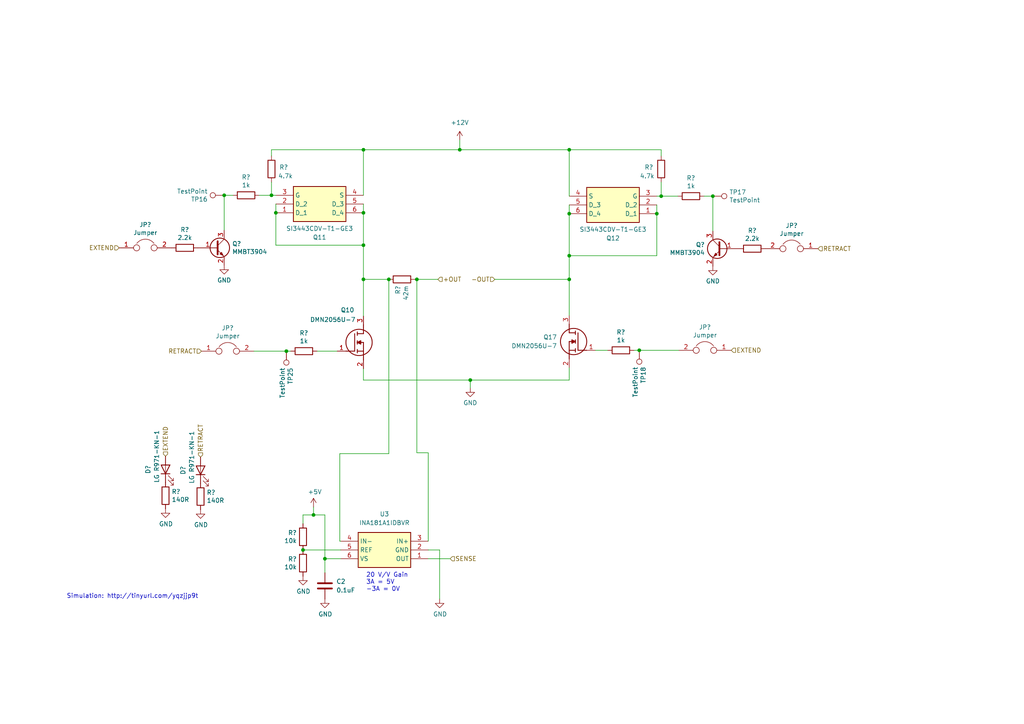
<source format=kicad_sch>
(kicad_sch (version 20230121) (generator eeschema)
  (paper "A4")
  (lib_symbols
    (symbol "Connector:TestPoint" (pin_numbers hide) (pin_names (offset 0.762) hide)
      (property "Reference" "TP" (at 0 6.858 0))
      (property "Value" "TestPoint" (at 0 5.08 0))
      (symbol "TestPoint_0_1"
        (circle (center 0 3.302) (radius 0.762))
      )
      (symbol "TestPoint_1_1"
        (pin passive line (at 0 0 90) (length 2.54) (name "1") (number "1"))
      )
    )
    (symbol "DMN2056U-7:DMN2056U-7" (pin_names hide)
      (property "Reference" "Q" (at 11.43 3.81 0))
      (property "Value" "DMN2056U-7" (at 11.43 1.27 0))
      (symbol "DMN2056U-7_1_1"
        (polyline (pts (xy 2.54 0) (xy 5.08 0)) (stroke (width 0.254)))
        (polyline (pts (xy 5.08 5.08) (xy 5.08 0)) (stroke (width 0.254)))
        (polyline (pts (xy 5.842 -0.508) (xy 5.842 0.508)) (stroke (width 0.254)))
        (polyline (pts (xy 5.842 0) (xy 7.62 0)) (stroke (width 0.254)))
        (polyline (pts (xy 5.842 2.032) (xy 5.842 3.048)) (stroke (width 0.254)))
        (polyline (pts (xy 5.842 5.588) (xy 5.842 4.572)) (stroke (width 0.254)))
        (polyline (pts (xy 7.62 2.54) (xy 5.842 2.54)) (stroke (width 0.254)))
        (polyline (pts (xy 7.62 2.54) (xy 7.62 -2.54)) (stroke (width 0.254)))
        (polyline (pts (xy 7.62 5.08) (xy 5.842 5.08)) (stroke (width 0.254)))
        (polyline (pts (xy 7.62 5.08) (xy 7.62 7.62)) (stroke (width 0.254)))
        (polyline (pts (xy 5.842 2.54) (xy 6.858 3.048) (xy 6.858 2.032) (xy 5.842 2.54)) (stroke (width 0.254)) (fill (type outline)))
        (circle (center 6.35 2.54) (radius 3.81) (stroke (width 0.254)))
        (pin passive line (at 0 0 0) (length 2.54) (name "G") (number "1"))
        (pin passive line (at 7.62 -5.08 90) (length 2.54) (name "S") (number "2"))
        (pin passive line (at 7.62 10.16 270) (length 2.54) (name "D") (number "3"))
      )
    )
    (symbol "Device:C" (pin_numbers hide) (pin_names (offset 0.254))
      (property "Reference" "C" (at 0.635 2.54 0))
      (property "Value" "C" (at 0.635 -2.54 0))
      (symbol "C_0_1"
        (polyline (pts (xy -2.032 -0.762) (xy 2.032 -0.762)) (stroke (width 0.508)))
        (polyline (pts (xy -2.032 0.762) (xy 2.032 0.762)) (stroke (width 0.508)))
      )
      (symbol "C_1_1"
        (pin passive line (at 0 3.81 270) (length 2.794) (name "~") (number "1"))
        (pin passive line (at 0 -3.81 90) (length 2.794) (name "~") (number "2"))
      )
    )
    (symbol "Device:Jumper" (pin_names (offset 0.762) hide)
      (property "Reference" "JP" (at 0 3.81 0))
      (property "Value" "Device_Jumper" (at 0 -2.032 0))
      (symbol "Jumper_0_1"
        (circle (center -2.54 0) (radius 0.889))
        (arc (start 2.5146 1.27) (mid 0.0078 2.5097) (end -2.4892 1.27))
        (circle (center 2.54 0) (radius 0.889))
        (pin passive line (at -7.62 0 0) (length 4.191) (name "1") (number "1"))
        (pin passive line (at 7.62 0 180) (length 4.191) (name "2") (number "2"))
      )
    )
    (symbol "Device:LED" (pin_numbers hide) (pin_names (offset 1.016) hide)
      (property "Reference" "D" (at 0 2.54 0))
      (property "Value" "LED" (at 0 -2.54 0))
      (symbol "LED_0_1"
        (polyline (pts (xy -1.27 -1.27) (xy -1.27 1.27)) (stroke (width 0.254)))
        (polyline (pts (xy -1.27 0) (xy 1.27 0)))
        (polyline (pts (xy 1.27 -1.27) (xy 1.27 1.27) (xy -1.27 0) (xy 1.27 -1.27)) (stroke (width 0.254)))
        (polyline (pts (xy -3.048 -0.762) (xy -4.572 -2.286) (xy -3.81 -2.286) (xy -4.572 -2.286) (xy -4.572 -1.524)))
        (polyline (pts (xy -1.778 -0.762) (xy -3.302 -2.286) (xy -2.54 -2.286) (xy -3.302 -2.286) (xy -3.302 -1.524)))
      )
      (symbol "LED_1_1"
        (pin passive line (at -3.81 0 0) (length 2.54) (name "K") (number "1"))
        (pin passive line (at 3.81 0 180) (length 2.54) (name "A") (number "2"))
      )
    )
    (symbol "Device:R" (pin_numbers hide) (pin_names (offset 0))
      (property "Reference" "R" (at 2.032 0 90))
      (property "Value" "R" (at 0 0 90))
      (symbol "R_0_1"
        (rectangle (start -1.016 -2.54) (end 1.016 2.54) (stroke (width 0.254)))
      )
      (symbol "R_1_1"
        (pin passive line (at 0 3.81 270) (length 1.27) (name "~") (number "1"))
        (pin passive line (at 0 -3.81 90) (length 1.27) (name "~") (number "2"))
      )
    )
    (symbol "INA181A1IDBVR:INA181A1IDBVR"
      (property "Reference" "U" (at 21.59 7.62 0))
      (property "Value" "INA181A1IDBVR" (at 21.59 5.08 0))
      (symbol "INA181A1IDBVR_1_1"
        (rectangle (start 5.08 2.54) (end 20.32 -7.62) (stroke (width 0.254)) (fill (type background)))
        (pin output line (at 0 0 0) (length 5.08) (name "OUT") (number "1"))
        (pin power_in line (at 0 -2.54 0) (length 5.08) (name "GND") (number "2"))
        (pin input line (at 0 -5.08 0) (length 5.08) (name "IN+") (number "3"))
        (pin input line (at 25.4 -5.08 180) (length 5.08) (name "IN-") (number "4"))
        (pin input line (at 25.4 -2.54 180) (length 5.08) (name "REF") (number "5"))
        (pin power_in line (at 25.4 0 180) (length 5.08) (name "VS") (number "6"))
      )
    )
    (symbol "SI3443CDV-T1-GE3:SI3443CDV-T1-GE3"
      (property "Reference" "Q" (at 21.59 7.62 0))
      (property "Value" "SI3443CDV-T1-GE3" (at 21.59 5.08 0))
      (symbol "SI3443CDV-T1-GE3_1_1"
        (rectangle (start 5.08 2.54) (end 20.32 -7.62) (stroke (width 0.254)) (fill (type background)))
        (pin passive line (at 0 0 0) (length 5.08) (name "D_1") (number "1"))
        (pin passive line (at 0 -2.54 0) (length 5.08) (name "D_2") (number "2"))
        (pin passive line (at 0 -5.08 0) (length 5.08) (name "G") (number "3"))
        (pin passive line (at 25.4 -5.08 180) (length 5.08) (name "S") (number "4"))
        (pin passive line (at 25.4 -2.54 180) (length 5.08) (name "D_3") (number "5"))
        (pin passive line (at 25.4 0 180) (length 5.08) (name "D_4") (number "6"))
      )
    )
    (symbol "Transistor_BJT:MMBT3904" (pin_names (offset 0) hide)
      (property "Reference" "Q" (at 5.08 1.905 0))
      (property "Value" "MMBT3904" (at 5.08 0 0))
      (symbol "MMBT3904_0_1"
        (polyline (pts (xy 0.635 0.635) (xy 2.54 2.54)))
        (polyline (pts (xy 0.635 -0.635) (xy 2.54 -2.54) (xy 2.54 -2.54)))
        (polyline (pts (xy 0.635 1.905) (xy 0.635 -1.905) (xy 0.635 -1.905)) (stroke (width 0.508)))
        (polyline (pts (xy 1.27 -1.778) (xy 1.778 -1.27) (xy 2.286 -2.286) (xy 1.27 -1.778) (xy 1.27 -1.778)) (fill (type outline)))
        (circle (center 1.27 0) (radius 2.8194) (stroke (width 0.254)))
      )
      (symbol "MMBT3904_1_1"
        (pin input line (at -5.08 0 0) (length 5.715) (name "B") (number "1"))
        (pin passive line (at 2.54 -5.08 90) (length 2.54) (name "E") (number "2"))
        (pin passive line (at 2.54 5.08 270) (length 2.54) (name "C") (number "3"))
      )
    )
    (symbol "power:+12V" (power) (pin_names (offset 0))
      (property "Value" "+12V" (at 0 3.556 0))
      (symbol "+12V_0_1"
        (polyline (pts (xy -0.762 1.27) (xy 0 2.54)))
        (polyline (pts (xy 0 0) (xy 0 2.54)))
        (polyline (pts (xy 0 2.54) (xy 0.762 1.27)))
      )
      (symbol "+12V_1_1"
        (pin power_in line (at 0 0 90) (length 0) hide (name "+12V") (number "1"))
      )
    )
    (symbol "power:+5V" (power) (pin_names (offset 0))
      (property "Value" "+5V" (at 0 3.556 0))
      (symbol "+5V_0_1"
        (polyline (pts (xy -0.762 1.27) (xy 0 2.54)))
        (polyline (pts (xy 0 0) (xy 0 2.54)))
        (polyline (pts (xy 0 2.54) (xy 0.762 1.27)))
      )
      (symbol "+5V_1_1"
        (pin power_in line (at 0 0 90) (length 0) hide (name "+5V") (number "1"))
      )
    )
    (symbol "power:GND" (power) (pin_names (offset 0))
      (property "Value" "GND" (at 0 -3.81 0))
      (symbol "GND_0_1"
        (polyline (pts (xy 0 0) (xy 0 -1.27) (xy 1.27 -1.27) (xy 0 -2.54) (xy -1.27 -1.27) (xy 0 -1.27)))
      )
      (symbol "GND_1_1"
        (pin power_in line (at 0 0 270) (length 0) hide (name "GND") (number "1"))
      )
    )
  )
  (junction (at 83.058 101.854))
  (junction (at 165.1 81.026))
  (junction (at 165.1 43.434))
  (junction (at 136.398 110.236))
  (junction (at 185.42 101.6))
  (junction (at 94.234 162.052))
  (junction (at 165.1 74.168))
  (junction (at 190.5 61.976))
  (junction (at 133.35 43.434))
  (junction (at 165.1 61.976))
  (junction (at 78.74 56.642))
  (junction (at 65.024 56.642))
  (junction (at 105.41 43.434))
  (junction (at 206.756 56.896))
  (junction (at 80.01 61.722))
  (junction (at 105.41 81.026))
  (junction (at 105.41 61.722))
  (junction (at 105.41 71.12))
  (junction (at 191.77 56.896))
  (junction (at 120.904 81.026))
  (junction (at 87.884 159.512))
  (junction (at 90.932 149.352))
  (junction (at 112.776 81.026))
  (wire (pts (xy 165.1 61.976) (xy 165.1 74.168)))
  (wire (pts (xy 172.72 101.6) (xy 176.276 101.6)))
  (wire (pts (xy 105.41 106.934) (xy 105.41 110.236)))
  (wire (pts (xy 124.206 131.318) (xy 120.904 131.318)))
  (wire (pts (xy 105.41 110.236) (xy 136.398 110.236)))
  (wire (pts (xy 105.41 81.026) (xy 112.776 81.026)))
  (wire (pts (xy 143.51 81.026) (xy 165.1 81.026)))
  (wire (pts (xy 91.948 101.854) (xy 97.79 101.854)))
  (wire (pts (xy 87.884 149.352) (xy 87.884 151.892)))
  (wire (pts (xy 80.01 59.182) (xy 80.01 61.722)))
  (wire (pts (xy 98.552 156.972) (xy 98.806 156.972)))
  (wire (pts (xy 78.74 56.642) (xy 80.01 56.642)))
  (wire (pts (xy 94.234 149.352) (xy 94.234 162.052)))
  (wire (pts (xy 133.35 40.64) (xy 133.35 43.434)))
  (wire (pts (xy 133.35 43.434) (xy 105.41 43.434)))
  (wire (pts (xy 78.74 52.832) (xy 78.74 56.642)))
  (wire (pts (xy 105.41 71.12) (xy 105.41 81.026)))
  (wire (pts (xy 191.77 43.434) (xy 191.77 45.212)))
  (wire (pts (xy 65.024 56.642) (xy 65.024 66.802)))
  (wire (pts (xy 94.234 162.052) (xy 94.234 166.116)))
  (wire (pts (xy 124.206 159.512) (xy 127.508 159.512)))
  (wire (pts (xy 196.85 101.6) (xy 185.42 101.6)))
  (wire (pts (xy 136.398 110.236) (xy 165.1 110.236)))
  (wire (pts (xy 124.206 162.052) (xy 130.556 162.052)))
  (wire (pts (xy 73.66 101.854) (xy 83.058 101.854)))
  (wire (pts (xy 87.884 159.512) (xy 98.806 159.512)))
  (wire (pts (xy 105.41 43.434) (xy 105.41 56.642)))
  (wire (pts (xy 165.1 74.168) (xy 165.1 81.026)))
  (wire (pts (xy 165.1 43.434) (xy 165.1 56.896)))
  (wire (pts (xy 78.74 43.434) (xy 78.74 45.212)))
  (wire (pts (xy 133.35 43.434) (xy 165.1 43.434)))
  (wire (pts (xy 90.932 147.066) (xy 90.932 149.352)))
  (wire (pts (xy 191.77 43.434) (xy 165.1 43.434)))
  (wire (pts (xy 165.1 110.236) (xy 165.1 106.68)))
  (wire (pts (xy 206.756 56.896) (xy 204.216 56.896)))
  (wire (pts (xy 78.74 43.434) (xy 105.41 43.434)))
  (wire (pts (xy 105.41 59.182) (xy 105.41 61.722)))
  (wire (pts (xy 190.5 61.976) (xy 190.5 74.168)))
  (wire (pts (xy 75.184 56.642) (xy 78.74 56.642)))
  (wire (pts (xy 105.41 81.026) (xy 105.41 91.694)))
  (wire (pts (xy 191.77 52.832) (xy 191.77 56.896)))
  (wire (pts (xy 80.01 71.12) (xy 105.41 71.12)))
  (wire (pts (xy 124.206 156.972) (xy 124.206 131.318)))
  (wire (pts (xy 80.01 61.722) (xy 80.01 71.12)))
  (wire (pts (xy 190.5 56.896) (xy 191.77 56.896)))
  (wire (pts (xy 190.5 74.168) (xy 165.1 74.168)))
  (wire (pts (xy 87.884 149.352) (xy 90.932 149.352)))
  (wire (pts (xy 112.776 81.026) (xy 112.776 131.572)))
  (wire (pts (xy 90.932 149.352) (xy 94.234 149.352)))
  (wire (pts (xy 165.1 81.026) (xy 165.1 91.44)))
  (wire (pts (xy 190.5 59.436) (xy 190.5 61.976)))
  (wire (pts (xy 94.234 162.052) (xy 98.806 162.052)))
  (wire (pts (xy 105.41 61.722) (xy 105.41 71.12)))
  (wire (pts (xy 127.508 159.512) (xy 127.508 173.736)))
  (wire (pts (xy 165.1 59.436) (xy 165.1 61.976)))
  (wire (pts (xy 136.398 110.236) (xy 136.398 112.522)))
  (wire (pts (xy 65.024 56.642) (xy 67.564 56.642)))
  (wire (pts (xy 120.904 81.026) (xy 127 81.026)))
  (wire (pts (xy 120.396 81.026) (xy 120.904 81.026)))
  (wire (pts (xy 83.058 101.854) (xy 84.328 101.854)))
  (wire (pts (xy 191.77 56.896) (xy 196.596 56.896)))
  (wire (pts (xy 98.552 131.572) (xy 98.552 156.972)))
  (wire (pts (xy 120.904 131.318) (xy 120.904 81.026)))
  (wire (pts (xy 206.756 56.896) (xy 206.756 67.056)))
  (wire (pts (xy 185.42 101.6) (xy 183.896 101.6)))
  (wire (pts (xy 112.776 131.572) (xy 98.552 131.572)))
  (text "Simulation: http://tinyurl.com/yqzjjp9t" (at 19.304 173.736 0) (effects (font (size 1.27 1.27)) (justify left bottom)))
  (text "20 V/V Gain\n3A = 5V\n-3A = 0V" (at 106.172 171.704 0) (effects (font (size 1.27 1.27)) (justify left bottom)))
  (hierarchical_label "SENSE" (shape input) (at 130.556 162.052 0))
  (hierarchical_label "EXTEND" (shape input) (at 48.006 132.334 90))
  (hierarchical_label "RETRACT" (shape input) (at 58.166 132.588 90))
  (hierarchical_label "EXTEND" (shape input) (at 34.544 71.882 180))
  (hierarchical_label "RETRACT" (shape input) (at 58.42 101.854 180))
  (hierarchical_label "RETRACT" (shape input) (at 237.236 72.136 0))
  (hierarchical_label "-OUT" (shape input) (at 143.51 81.026 180))
  (hierarchical_label "EXTEND" (shape input) (at 212.09 101.6 0))
  (hierarchical_label "+OUT" (shape input) (at 127 81.026 0))
  (symbol (lib_id "Device:C") (at 94.234 169.926 0) (unit 1)
    (property "Reference" "C2" (at 97.536 168.656 0) (effects (justify left)))
    (property "Value" "0.1uF" (at 97.536 171.196 0) (effects (justify left)))
    (property "Footprint" "Capacitor_SMD:C_0805_2012Metric_Pad1.18x1.45mm_HandSolder" (effects hide))
  )
  (symbol (lib_id "SI3443CDV-T1-GE3:SI3443CDV-T1-GE3") (at 80.01 61.722 0) (mirror x) (unit 1)
    (property "Reference" "Q11" (at 92.71 68.834 0))
    (property "Value" "SI3443CDV-T1-GE3" (at 92.71 66.294 0))
    (property "Footprint" "SI3443CDV-T1-GE3:SOP95P284X110-6N" (effects hide))
    (property "Datasheet" "https://datasheet.datasheetarchive.com/originals/dk/DKDS-23/455700.pdf" (effects hide))
    (property "Height" "1.1" (effects hide))
    (property "Manufacturer_Name" "Vishay" (effects hide))
    (property "Manufacturer_Part_Number" "SI3443CDV-T1-GE3" (effects hide))
    (property "Mouser Part Number" "781-SI3443CDV-GE3" (effects hide))
    (property "Mouser Price/Stock" "https://www.mouser.co.uk/ProductDetail/Vishay-Semiconductors/SI3443CDV-T1-GE3?qs=%252BPu8jn5UVnHLh2L8C%252BK2Qg%3D%3D" (effects hide))
    (property "Arrow Part Number" "SI3443CDV-T1-GE3" (effects hide))
    (property "Arrow Price/Stock" "https://www.arrow.com/en/products/si3443cdv-t1-ge3/vishay" (effects hide))
  )
  (symbol (lib_id "power:GND") (at 94.234 173.736 0) (unit 1)
    (property "Reference" "#PWR?" (effects hide))
    (property "Value" "GND" (at 94.361 178.1302 0))
    (instances (project "Control Box" (path "" (reference "#PWR?") (unit 1)) (path "" (reference "#PWR051") (unit 1))))
  )
  (symbol (lib_id "Device:R") (at 191.77 49.022 0) (mirror x) (unit 1)
    (property "Reference" "R?" (at 188.214 48.514 0))
    (property "Value" "4.7k" (at 187.706 51.054 0))
    (property "Footprint" "Resistor_SMD:R_0805_2012Metric_Pad1.20x1.40mm_HandSolder" (effects hide))
    (instances (project "Control Box" (path "" (reference "R?") (unit 1)) (path "" (reference "R52") (unit 1))))
  )
  (symbol (lib_id "Device:R") (at 53.594 71.882 270) (unit 1)
    (property "Reference" "R?" (at 53.594 66.6242 90))
    (property "Value" "2.2k" (at 53.594 68.9356 90))
    (property "Footprint" "Resistor_SMD:R_0805_2012Metric_Pad1.20x1.40mm_HandSolder" (effects hide))
    (instances (project "Control Box" (path "" (reference "R?") (unit 1)) (path "" (reference "R30") (unit 1))))
  )
  (symbol (lib_id "Device:Jumper") (at 229.616 72.136 0) (mirror y) (unit 1)
    (property "Reference" "JP?" (at 229.616 65.4304 0))
    (property "Value" "Jumper" (at 229.616 67.7418 0))
    (property "Footprint" "Connector_PinHeader_2.54mm:PinHeader_1x02_P2.54mm_Vertical" (effects hide))
    (instances (project "Control Box" (path "" (reference "JP?") (unit 1)) (path "" (reference "JP20") (unit 1))))
  )
  (symbol (lib_id "power:GND") (at 206.756 77.216 0) (mirror y) (unit 1)
    (property "Reference" "#PWR080" (effects hide))
    (property "Value" "GND" (at 206.756 81.534 0))
  )
  (symbol (lib_id "power:GND") (at 48.006 147.574 0) (unit 1)
    (property "Reference" "#PWR?" (effects hide))
    (property "Value" "GND" (at 48.133 151.9682 0))
    (instances (project "Control Box" (path "" (reference "#PWR?") (unit 1)) (path "" (reference "#PWR082") (unit 1))))
  )
  (symbol (lib_id "Device:R") (at 58.166 144.018 0) (unit 1)
    (property "Reference" "R?" (at 59.944 142.8496 0) (effects (justify left)))
    (property "Value" "140R" (at 59.944 145.161 0) (effects (justify left)))
    (property "Footprint" "Resistor_SMD:R_0805_2012Metric_Pad1.20x1.40mm_HandSolder" (effects hide))
    (instances (project "Control Box" (path "" (reference "R?") (unit 1)) (path "" (reference "R54") (unit 1))))
  )
  (symbol (lib_id "Transistor_BJT:MMBT3904") (at 209.296 72.136 0) (mirror y) (unit 1)
    (property "Reference" "Q?" (at 204.4446 70.9676 0) (effects (justify left)))
    (property "Value" "MMBT3904" (at 204.4446 73.279 0) (effects (justify left)))
    (property "Footprint" "Package_TO_SOT_SMD:SOT-23" (effects hide))
    (property "Datasheet" "https://www.fairchildsemi.com/datasheets/2N/2N3904.pdf" (effects hide))
    (instances (project "Control Box" (path "" (reference "Q?") (unit 1)) (path "" (reference "Q18") (unit 1))))
  )
  (symbol (lib_id "Device:R") (at 200.406 56.896 90) (mirror x) (unit 1)
    (property "Reference" "R?" (at 200.406 51.6382 90))
    (property "Value" "1k" (at 200.406 53.9496 90))
    (property "Footprint" "Resistor_SMD:R_0805_2012Metric_Pad1.20x1.40mm_HandSolder" (effects hide))
    (instances (project "Control Box" (path "" (reference "R?") (unit 1)) (path "" (reference "R51") (unit 1))))
  )
  (symbol (lib_id "Device:R") (at 78.74 49.022 180) (unit 1)
    (property "Reference" "R?" (at 82.296 48.514 0))
    (property "Value" "4.7k" (at 82.804 51.054 0))
    (property "Footprint" "Resistor_SMD:R_0805_2012Metric_Pad1.20x1.40mm_HandSolder" (effects hide))
    (instances (project "Control Box" (path "" (reference "R?") (unit 1)) (path "" (reference "R29") (unit 1))))
  )
  (symbol (lib_id "power:GND") (at 58.166 147.828 0) (unit 1)
    (property "Reference" "#PWR?" (effects hide))
    (property "Value" "GND" (at 58.293 152.2222 0))
    (instances (project "Control Box" (path "" (reference "#PWR?") (unit 1)) (path "" (reference "#PWR081") (unit 1))))
  )
  (symbol (lib_id "Device:R") (at 87.884 163.322 0) (mirror y) (unit 1)
    (property "Reference" "R?" (at 86.106 162.1536 0) (effects (justify left)))
    (property "Value" "10k" (at 86.106 164.465 0) (effects (justify left)))
    (property "Footprint" "Resistor_SMD:R_0805_2012Metric_Pad1.20x1.40mm_HandSolder" (effects hide))
    (instances (project "Control Box" (path "" (reference "R?") (unit 1)) (path "" (reference "R48") (unit 1))))
  )
  (symbol (lib_id "power:GND") (at 65.024 76.962 0) (unit 1)
    (property "Reference" "#PWR048" (effects hide))
    (property "Value" "GND" (at 65.024 81.28 0))
  )
  (symbol (lib_id "Device:Jumper") (at 66.04 101.854 0) (unit 1)
    (property "Reference" "JP?" (at 66.04 95.1484 0))
    (property "Value" "Jumper" (at 66.04 97.4598 0))
    (property "Footprint" "Connector_PinHeader_2.54mm:PinHeader_1x02_P2.54mm_Vertical" (effects hide))
    (instances (project "Control Box" (path "" (reference "JP?") (unit 1)) (path "" (reference "JP15") (unit 1))))
  )
  (symbol (lib_id "Device:Jumper") (at 204.47 101.6 0) (mirror y) (unit 1)
    (property "Reference" "JP?" (at 204.47 94.8944 0))
    (property "Value" "Jumper" (at 204.47 97.2058 0))
    (property "Footprint" "Connector_PinHeader_2.54mm:PinHeader_1x02_P2.54mm_Vertical" (effects hide))
    (instances (project "Control Box" (path "" (reference "JP?") (unit 1)) (path "" (reference "JP19") (unit 1))))
  )
  (symbol (lib_id "power:GND") (at 87.884 167.132 0) (unit 1)
    (property "Reference" "#PWR?" (effects hide))
    (property "Value" "GND" (at 88.011 171.5262 0))
    (instances (project "Control Box" (path "" (reference "#PWR?") (unit 1)) (path "" (reference "#PWR049") (unit 1))))
  )
  (symbol (lib_id "Device:LED") (at 48.006 136.144 90) (unit 1)
    (property "Reference" "D?" (at 42.926 134.874 0) (effects (justify right)))
    (property "Value" "LG R971-KN-1" (at 45.466 124.714 0) (effects (justify right)))
    (property "Footprint" "LED_SMD:LED_0805_2012Metric_Pad1.15x1.40mm_HandSolder" (effects hide))
    (instances (project "Control Box" (path "" (reference "D?") (unit 1)) (path "" (reference "D27") (unit 1))))
  )
  (symbol (lib_id "INA181A1IDBVR:INA181A1IDBVR") (at 124.206 162.052 180) (unit 1)
    (property "Reference" "U3" (at 111.506 149.098 0))
    (property "Value" "INA181A1IDBVR" (at 111.506 151.638 0))
    (property "Footprint" "INA181A1IDBVR:SOT95P280X145-6N" (effects hide))
    (property "Datasheet" "http://www.ti.com/lit/ds/symlink/ina181.pdf" (effects hide))
    (property "Height" "1.45" (effects hide))
    (property "Manufacturer_Name" "Texas Instruments" (effects hide))
    (property "Manufacturer_Part_Number" "INA181A1IDBVR" (effects hide))
    (property "Mouser Part Number" "595-INA181A1IDBVR" (effects hide))
    (property "Mouser Price/Stock" "https://www.mouser.co.uk/ProductDetail/Texas-Instruments/INA181A1IDBVR?qs=5aG0NVq1C4wLgDhUNMFt2A%3D%3D" (effects hide))
    (property "Arrow Part Number" "INA181A1IDBVR" (effects hide))
    (property "Arrow Price/Stock" "https://www.arrow.com/en/products/ina181a1idbvr/texas-instruments?region=nac" (effects hide))
  )
  (symbol (lib_id "power:GND") (at 136.398 112.522 0) (unit 1)
    (property "Reference" "#PWR079" (effects hide))
    (property "Value" "GND" (at 136.398 116.84 0))
  )
  (symbol (lib_id "Device:R") (at 116.586 81.026 90) (mirror x) (unit 1)
    (property "Reference" "R?" (at 115.4176 82.804 0) (effects (justify left)))
    (property "Value" "42m" (at 117.729 82.804 0) (effects (justify left)))
    (property "Footprint" "Resistor_SMD:R_0805_2012Metric_Pad1.20x1.40mm_HandSolder" (effects hide))
    (instances (project "Control Box" (path "" (reference "R?") (unit 1)) (path "" (reference "R49") (unit 1))))
  )
  (symbol (lib_id "DMN2056U-7:DMN2056U-7") (at 97.79 101.854 0) (unit 1)
    (property "Reference" "Q10" (at 98.806 89.916 0) (effects (justify left)))
    (property "Value" "DMN2056U-7" (at 89.916 92.71 0) (effects (justify left)))
    (property "Footprint" "DMN2056U-7:SOT96P240X100-3N" (effects hide))
    (property "Datasheet" "https://www.diodes.com/assets/Datasheets/DMN2056U.pdf" (effects hide))
    (property "Height" "1" (effects hide))
    (property "Manufacturer_Name" "Diodes Incorporated" (effects hide))
    (property "Manufacturer_Part_Number" "DMN2056U-7" (effects hide))
    (property "Mouser Part Number" "621-DMN2056U-7" (effects hide))
    (property "Mouser Price/Stock" "https://www.mouser.co.uk/ProductDetail/Diodes-Incorporated/DMN2056U-7?qs=G1ssh2j%252Bqz44ih%252Bi%252B7LcyQ%3D%3D" (effects hide))
    (property "Arrow Part Number" "DMN2056U-7" (effects hide))
    (property "Arrow Price/Stock" "https://www.arrow.com/en/products/dmn2056u-7/diodes-incorporated?region=nac" (effects hide))
  )
  (symbol (lib_id "Connector:TestPoint") (at 83.058 101.854 180) (unit 1)
    (property "Reference" "TP25" (at 84.2264 106.6292 90) (effects (justify left)))
    (property "Value" "TestPoint" (at 81.915 106.6292 90) (effects (justify left)))
    (property "Footprint" "Connector_PinHeader_2.54mm:PinHeader_1x01_P2.54mm_Vertical" (effects hide))
  )
  (symbol (lib_id "DMN2056U-7:DMN2056U-7") (at 172.72 101.6 0) (mirror y) (unit 1)
    (property "Reference" "Q17" (at 161.544 97.79 0) (effects (justify left)))
    (property "Value" "DMN2056U-7" (at 161.544 100.33 0) (effects (justify left)))
    (property "Footprint" "DMN2056U-7:SOT96P240X100-3N" (effects hide))
    (property "Datasheet" "https://www.diodes.com/assets/Datasheets/DMN2056U.pdf" (effects hide))
    (property "Height" "1" (effects hide))
    (property "Manufacturer_Name" "Diodes Incorporated" (effects hide))
    (property "Manufacturer_Part_Number" "DMN2056U-7" (effects hide))
    (property "Mouser Part Number" "621-DMN2056U-7" (effects hide))
    (property "Mouser Price/Stock" "https://www.mouser.co.uk/ProductDetail/Diodes-Incorporated/DMN2056U-7?qs=G1ssh2j%252Bqz44ih%252Bi%252B7LcyQ%3D%3D" (effects hide))
    (property "Arrow Part Number" "DMN2056U-7" (effects hide))
    (property "Arrow Price/Stock" "https://www.arrow.com/en/products/dmn2056u-7/diodes-incorporated?region=nac" (effects hide))
  )
  (symbol (lib_id "Device:R") (at 88.138 101.854 270) (unit 1)
    (property "Reference" "R?" (at 88.138 96.5962 90))
    (property "Value" "1k" (at 88.138 98.9076 90))
    (property "Footprint" "Resistor_SMD:R_0805_2012Metric_Pad1.20x1.40mm_HandSolder" (effects hide))
    (instances (project "Control Box" (path "" (reference "R?") (unit 1)) (path "" (reference "R26") (unit 1))))
  )
  (symbol (lib_id "Device:Jumper") (at 42.164 71.882 0) (unit 1)
    (property "Reference" "JP?" (at 42.164 65.1764 0))
    (property "Value" "Jumper" (at 42.164 67.4878 0))
    (property "Footprint" "Connector_PinHeader_2.54mm:PinHeader_1x02_P2.54mm_Vertical" (effects hide))
    (instances (project "Control Box" (path "" (reference "JP?") (unit 1)) (path "" (reference "JP18") (unit 1))))
  )
  (symbol (lib_id "Connector:TestPoint") (at 206.756 56.896 270) (unit 1)
    (property "Reference" "TP17" (at 211.5312 55.7276 90) (effects (justify left)))
    (property "Value" "TestPoint" (at 211.5312 58.039 90) (effects (justify left)))
    (property "Footprint" "Connector_PinHeader_2.54mm:PinHeader_1x01_P2.54mm_Vertical" (effects hide))
  )
  (symbol (lib_id "Connector:TestPoint") (at 185.42 101.6 180) (unit 1)
    (property "Reference" "TP18" (at 186.5884 106.3752 90) (effects (justify left)))
    (property "Value" "TestPoint" (at 184.277 106.3752 90) (effects (justify left)))
    (property "Footprint" "Connector_PinHeader_2.54mm:PinHeader_1x01_P2.54mm_Vertical" (effects hide))
  )
  (symbol (lib_id "power:GND") (at 127.508 173.736 0) (unit 1)
    (property "Reference" "#PWR?" (effects hide))
    (property "Value" "GND" (at 127.635 178.1302 0))
    (instances (project "Control Box" (path "" (reference "#PWR?") (unit 1)) (path "" (reference "#PWR052") (unit 1))))
  )
  (symbol (lib_id "Device:R") (at 87.884 155.702 0) (mirror y) (unit 1)
    (property "Reference" "R?" (at 86.106 154.5336 0) (effects (justify left)))
    (property "Value" "10k" (at 86.106 156.845 0) (effects (justify left)))
    (property "Footprint" "Resistor_SMD:R_0805_2012Metric_Pad1.20x1.40mm_HandSolder" (effects hide))
    (instances (project "Control Box" (path "" (reference "R?") (unit 1)) (path "" (reference "R47") (unit 1))))
  )
  (symbol (lib_id "power:+12V") (at 133.35 40.64 0) (unit 1)
    (property "Reference" "#PWR047" (effects hide))
    (property "Value" "+12V" (at 133.35 35.56 0))
  )
  (symbol (lib_id "SI3443CDV-T1-GE3:SI3443CDV-T1-GE3") (at 190.5 61.976 180) (unit 1)
    (property "Reference" "Q12" (at 177.8 69.088 0))
    (property "Value" "SI3443CDV-T1-GE3" (at 177.8 66.548 0))
    (property "Footprint" "SI3443CDV-T1-GE3:SOP95P284X110-6N" (effects hide))
    (property "Datasheet" "https://datasheet.datasheetarchive.com/originals/dk/DKDS-23/455700.pdf" (effects hide))
    (property "Height" "1.1" (effects hide))
    (property "Manufacturer_Name" "Vishay" (effects hide))
    (property "Manufacturer_Part_Number" "SI3443CDV-T1-GE3" (effects hide))
    (property "Mouser Part Number" "781-SI3443CDV-GE3" (effects hide))
    (property "Mouser Price/Stock" "https://www.mouser.co.uk/ProductDetail/Vishay-Semiconductors/SI3443CDV-T1-GE3?qs=%252BPu8jn5UVnHLh2L8C%252BK2Qg%3D%3D" (effects hide))
    (property "Arrow Part Number" "SI3443CDV-T1-GE3" (effects hide))
    (property "Arrow Price/Stock" "https://www.arrow.com/en/products/si3443cdv-t1-ge3/vishay" (effects hide))
  )
  (symbol (lib_id "Device:R") (at 71.374 56.642 270) (unit 1)
    (property "Reference" "R?" (at 71.374 51.3842 90))
    (property "Value" "1k" (at 71.374 53.6956 90))
    (property "Footprint" "Resistor_SMD:R_0805_2012Metric_Pad1.20x1.40mm_HandSolder" (effects hide))
    (instances (project "Control Box" (path "" (reference "R?") (unit 1)) (path "" (reference "R28") (unit 1))))
  )
  (symbol (lib_id "Transistor_BJT:MMBT3904") (at 62.484 71.882 0) (unit 1)
    (property "Reference" "Q?" (at 67.3354 70.7136 0) (effects (justify left)))
    (property "Value" "MMBT3904" (at 67.3354 73.025 0) (effects (justify left)))
    (property "Footprint" "Package_TO_SOT_SMD:SOT-23" (effects hide))
    (property "Datasheet" "https://www.fairchildsemi.com/datasheets/2N/2N3904.pdf" (effects hide))
    (instances (project "Control Box" (path "" (reference "Q?") (unit 1)) (path "" (reference "Q9") (unit 1))))
  )
  (symbol (lib_id "Device:R") (at 180.086 101.6 90) (mirror x) (unit 1)
    (property "Reference" "R?" (at 180.086 96.3422 90))
    (property "Value" "1k" (at 180.086 98.6536 90))
    (property "Footprint" "Resistor_SMD:R_0805_2012Metric_Pad1.20x1.40mm_HandSolder" (effects hide))
    (instances (project "Control Box" (path "" (reference "R?") (unit 1)) (path "" (reference "R50") (unit 1))))
  )
  (symbol (lib_id "power:+5V") (at 90.932 147.066 0) (unit 1)
    (property "Reference" "#PWR?" (effects hide))
    (property "Value" "+5V" (at 91.313 142.6718 0))
    (instances (project "Control Box" (path "" (reference "#PWR?") (unit 1)) (path "" (reference "#PWR050") (unit 1))))
  )
  (symbol (lib_id "Device:R") (at 218.186 72.136 90) (mirror x) (unit 1)
    (property "Reference" "R?" (at 218.186 66.8782 90))
    (property "Value" "2.2k" (at 218.186 69.1896 90))
    (property "Footprint" "Resistor_SMD:R_0805_2012Metric_Pad1.20x1.40mm_HandSolder" (effects hide))
    (instances (project "Control Box" (path "" (reference "R?") (unit 1)) (path "" (reference "R27") (unit 1))))
  )
  (symbol (lib_id "Device:R") (at 48.006 143.764 0) (unit 1)
    (property "Reference" "R?" (at 49.784 142.5956 0) (effects (justify left)))
    (property "Value" "140R" (at 49.784 144.907 0) (effects (justify left)))
    (property "Footprint" "Resistor_SMD:R_0805_2012Metric_Pad1.20x1.40mm_HandSolder" (effects hide))
    (instances (project "Control Box" (path "" (reference "R?") (unit 1)) (path "" (reference "R53") (unit 1))))
  )
  (symbol (lib_id "Connector:TestPoint") (at 65.024 56.642 90) (unit 1)
    (property "Reference" "TP16" (at 60.2488 57.8104 90) (effects (justify left)))
    (property "Value" "TestPoint" (at 60.2488 55.499 90) (effects (justify left)))
    (property "Footprint" "Connector_PinHeader_2.54mm:PinHeader_1x01_P2.54mm_Vertical" (effects hide))
  )
  (symbol (lib_id "Device:LED") (at 58.166 136.398 90) (unit 1)
    (property "Reference" "D?" (at 53.086 135.128 0) (effects (justify right)))
    (property "Value" "LG R971-KN-1" (at 55.626 124.968 0) (effects (justify right)))
    (property "Footprint" "LED_SMD:LED_0805_2012Metric_Pad1.15x1.40mm_HandSolder" (effects hide))
    (instances (project "Control Box" (path "" (reference "D?") (unit 1)) (path "" (reference "D28") (unit 1))))
  )
)
</source>
